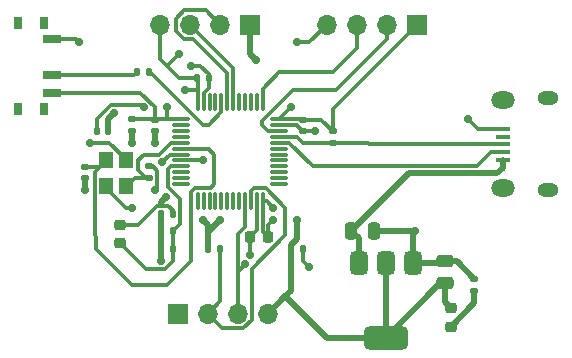
<source format=gbr>
%TF.GenerationSoftware,KiCad,Pcbnew,8.0.5-8.0.5-0~ubuntu22.04.1*%
%TF.CreationDate,2024-10-15T18:40:31+03:00*%
%TF.ProjectId,sc,73632e6b-6963-4616-945f-706362585858,rev?*%
%TF.SameCoordinates,Original*%
%TF.FileFunction,Copper,L1,Top*%
%TF.FilePolarity,Positive*%
%FSLAX46Y46*%
G04 Gerber Fmt 4.6, Leading zero omitted, Abs format (unit mm)*
G04 Created by KiCad (PCBNEW 8.0.5-8.0.5-0~ubuntu22.04.1) date 2024-10-15 18:40:31*
%MOMM*%
%LPD*%
G01*
G04 APERTURE LIST*
G04 Aperture macros list*
%AMRoundRect*
0 Rectangle with rounded corners*
0 $1 Rounding radius*
0 $2 $3 $4 $5 $6 $7 $8 $9 X,Y pos of 4 corners*
0 Add a 4 corners polygon primitive as box body*
4,1,4,$2,$3,$4,$5,$6,$7,$8,$9,$2,$3,0*
0 Add four circle primitives for the rounded corners*
1,1,$1+$1,$2,$3*
1,1,$1+$1,$4,$5*
1,1,$1+$1,$6,$7*
1,1,$1+$1,$8,$9*
0 Add four rect primitives between the rounded corners*
20,1,$1+$1,$2,$3,$4,$5,0*
20,1,$1+$1,$4,$5,$6,$7,0*
20,1,$1+$1,$6,$7,$8,$9,0*
20,1,$1+$1,$8,$9,$2,$3,0*%
G04 Aperture macros list end*
%TA.AperFunction,SMDPad,CuDef*%
%ADD10R,0.800000X1.000000*%
%TD*%
%TA.AperFunction,SMDPad,CuDef*%
%ADD11R,1.500000X0.700000*%
%TD*%
%TA.AperFunction,SMDPad,CuDef*%
%ADD12RoundRect,0.225000X0.225000X0.250000X-0.225000X0.250000X-0.225000X-0.250000X0.225000X-0.250000X0*%
%TD*%
%TA.AperFunction,SMDPad,CuDef*%
%ADD13RoundRect,0.135000X-0.135000X-0.185000X0.135000X-0.185000X0.135000X0.185000X-0.135000X0.185000X0*%
%TD*%
%TA.AperFunction,SMDPad,CuDef*%
%ADD14RoundRect,0.140000X-0.170000X0.140000X-0.170000X-0.140000X0.170000X-0.140000X0.170000X0.140000X0*%
%TD*%
%TA.AperFunction,SMDPad,CuDef*%
%ADD15RoundRect,0.140000X0.140000X0.170000X-0.140000X0.170000X-0.140000X-0.170000X0.140000X-0.170000X0*%
%TD*%
%TA.AperFunction,ComponentPad*%
%ADD16R,1.700000X1.700000*%
%TD*%
%TA.AperFunction,ComponentPad*%
%ADD17O,1.700000X1.700000*%
%TD*%
%TA.AperFunction,SMDPad,CuDef*%
%ADD18RoundRect,0.135000X0.185000X-0.135000X0.185000X0.135000X-0.185000X0.135000X-0.185000X-0.135000X0*%
%TD*%
%TA.AperFunction,SMDPad,CuDef*%
%ADD19RoundRect,0.375000X-0.375000X0.625000X-0.375000X-0.625000X0.375000X-0.625000X0.375000X0.625000X0*%
%TD*%
%TA.AperFunction,SMDPad,CuDef*%
%ADD20RoundRect,0.500000X-1.400000X0.500000X-1.400000X-0.500000X1.400000X-0.500000X1.400000X0.500000X0*%
%TD*%
%TA.AperFunction,SMDPad,CuDef*%
%ADD21RoundRect,0.250000X0.475000X-0.250000X0.475000X0.250000X-0.475000X0.250000X-0.475000X-0.250000X0*%
%TD*%
%TA.AperFunction,SMDPad,CuDef*%
%ADD22RoundRect,0.140000X-0.140000X-0.170000X0.140000X-0.170000X0.140000X0.170000X-0.140000X0.170000X0*%
%TD*%
%TA.AperFunction,SMDPad,CuDef*%
%ADD23RoundRect,0.218750X0.256250X-0.218750X0.256250X0.218750X-0.256250X0.218750X-0.256250X-0.218750X0*%
%TD*%
%TA.AperFunction,SMDPad,CuDef*%
%ADD24R,1.200000X1.400000*%
%TD*%
%TA.AperFunction,SMDPad,CuDef*%
%ADD25RoundRect,0.135000X-0.185000X0.135000X-0.185000X-0.135000X0.185000X-0.135000X0.185000X0.135000X0*%
%TD*%
%TA.AperFunction,SMDPad,CuDef*%
%ADD26RoundRect,0.140000X0.170000X-0.140000X0.170000X0.140000X-0.170000X0.140000X-0.170000X-0.140000X0*%
%TD*%
%TA.AperFunction,SMDPad,CuDef*%
%ADD27RoundRect,0.075000X-0.662500X-0.075000X0.662500X-0.075000X0.662500X0.075000X-0.662500X0.075000X0*%
%TD*%
%TA.AperFunction,SMDPad,CuDef*%
%ADD28RoundRect,0.075000X-0.075000X-0.662500X0.075000X-0.662500X0.075000X0.662500X-0.075000X0.662500X0*%
%TD*%
%TA.AperFunction,SMDPad,CuDef*%
%ADD29R,1.300000X0.450000*%
%TD*%
%TA.AperFunction,ComponentPad*%
%ADD30O,1.800000X1.150000*%
%TD*%
%TA.AperFunction,ComponentPad*%
%ADD31O,2.000000X1.450000*%
%TD*%
%TA.AperFunction,SMDPad,CuDef*%
%ADD32RoundRect,0.250000X-0.250000X-0.475000X0.250000X-0.475000X0.250000X0.475000X-0.250000X0.475000X0*%
%TD*%
%TA.AperFunction,ViaPad*%
%ADD33C,0.700000*%
%TD*%
%TA.AperFunction,Conductor*%
%ADD34C,0.300000*%
%TD*%
%TA.AperFunction,Conductor*%
%ADD35C,0.500000*%
%TD*%
G04 APERTURE END LIST*
D10*
%TO.P,SW1,*%
%TO.N,*%
X119110000Y-72350000D03*
X116900000Y-72350000D03*
X119110000Y-79650000D03*
X116900000Y-79650000D03*
D11*
%TO.P,SW1,1,A*%
%TO.N,GND*%
X119760000Y-73750000D03*
%TO.P,SW1,2,B*%
%TO.N,/SW_BOOT0*%
X119760000Y-76750000D03*
%TO.P,SW1,3,C*%
%TO.N,+3.3V*%
X119760000Y-78250000D03*
%TD*%
D12*
%TO.P,C5,1*%
%TO.N,+3.3V*%
X138050000Y-90500000D03*
%TO.P,C5,2*%
%TO.N,GND*%
X136500000Y-90500000D03*
%TD*%
D13*
%TO.P,R4,1*%
%TO.N,+3.3V*%
X139980000Y-91500000D03*
%TO.P,R4,2*%
%TO.N,/I2C2_SCL*%
X141000000Y-91500000D03*
%TD*%
D14*
%TO.P,C4,1*%
%TO.N,+3.3V*%
X128500000Y-80540000D03*
%TO.P,C4,2*%
%TO.N,GND*%
X128500000Y-81500000D03*
%TD*%
D15*
%TO.P,C7,1*%
%TO.N,+3.3VA*%
X129960000Y-90000000D03*
%TO.P,C7,2*%
%TO.N,GND*%
X129000000Y-90000000D03*
%TD*%
D16*
%TO.P,J2,1,Pin_1*%
%TO.N,GND*%
X136500000Y-72500000D03*
D17*
%TO.P,J2,2,Pin_2*%
%TO.N,/USART1_RX*%
X133960000Y-72500000D03*
%TO.P,J2,3,Pin_3*%
%TO.N,/USART1_TX*%
X131420000Y-72500000D03*
%TO.P,J2,4,Pin_4*%
%TO.N,+3.3V*%
X128880000Y-72500000D03*
%TD*%
D18*
%TO.P,R3,1*%
%TO.N,/PWR_LED_K*%
X155500000Y-95020000D03*
%TO.P,R3,2*%
%TO.N,GND*%
X155500000Y-94000000D03*
%TD*%
D14*
%TO.P,C3,1*%
%TO.N,+3.3V*%
X126500000Y-80520000D03*
%TO.P,C3,2*%
%TO.N,GND*%
X126500000Y-81480000D03*
%TD*%
D19*
%TO.P,U2,1,GND*%
%TO.N,GND*%
X150300000Y-92700000D03*
%TO.P,U2,2,VO*%
%TO.N,+3.3V*%
X148000000Y-92700000D03*
D20*
X148000000Y-99000000D03*
D19*
%TO.P,U2,3,VI*%
%TO.N,VBUS*%
X145700000Y-92700000D03*
%TD*%
D14*
%TO.P,C11,1*%
%TO.N,/HSE_OUT*%
X122500000Y-84540000D03*
%TO.P,C11,2*%
%TO.N,GND*%
X122500000Y-85500000D03*
%TD*%
D13*
%TO.P,R5,1*%
%TO.N,+3.3V*%
X132980000Y-91500000D03*
%TO.P,R5,2*%
%TO.N,/I2C2_SDA*%
X134000000Y-91500000D03*
%TD*%
D21*
%TO.P,C13,1*%
%TO.N,+3.3V*%
X153000000Y-94400000D03*
%TO.P,C13,2*%
%TO.N,GND*%
X153000000Y-92500000D03*
%TD*%
D22*
%TO.P,C9,1*%
%TO.N,/NRST*%
X123540000Y-81500000D03*
%TO.P,C9,2*%
%TO.N,GND*%
X124500000Y-81500000D03*
%TD*%
D15*
%TO.P,C6,1*%
%TO.N,+3.3VA*%
X129960000Y-91500000D03*
%TO.P,C6,2*%
%TO.N,GND*%
X129000000Y-91500000D03*
%TD*%
D16*
%TO.P,J3,1,Pin_1*%
%TO.N,+3.3V*%
X150620000Y-72500000D03*
D17*
%TO.P,J3,2,Pin_2*%
%TO.N,/SWDIO*%
X148080000Y-72500000D03*
%TO.P,J3,3,Pin_3*%
%TO.N,/SWCLK*%
X145540000Y-72500000D03*
%TO.P,J3,4,Pin_4*%
%TO.N,GND*%
X143000000Y-72500000D03*
%TD*%
D23*
%TO.P,FB1,1*%
%TO.N,+3.3VA*%
X125500000Y-91000000D03*
%TO.P,FB1,2*%
%TO.N,+3.3V*%
X125500000Y-89425000D03*
%TD*%
D13*
%TO.P,R1,1*%
%TO.N,/SW_BOOT0*%
X126980000Y-76500000D03*
%TO.P,R1,2*%
%TO.N,/BOOT0*%
X128000000Y-76500000D03*
%TD*%
D24*
%TO.P,Y1,1,1*%
%TO.N,/HSE_IN*%
X126000000Y-86200000D03*
%TO.P,Y1,2,2*%
%TO.N,GND*%
X126000000Y-84000000D03*
%TO.P,Y1,3,3*%
%TO.N,/HSE_OUT*%
X124300000Y-84000000D03*
%TO.P,Y1,4,4*%
%TO.N,GND*%
X124300000Y-86200000D03*
%TD*%
D14*
%TO.P,C1,1*%
%TO.N,+3.3V*%
X141000000Y-80540000D03*
%TO.P,C1,2*%
%TO.N,GND*%
X141000000Y-81500000D03*
%TD*%
D25*
%TO.P,R2,1*%
%TO.N,+3.3V*%
X143500000Y-81490000D03*
%TO.P,R2,2*%
%TO.N,/USB_D+*%
X143500000Y-82510000D03*
%TD*%
D22*
%TO.P,C2,1*%
%TO.N,+3.3V*%
X132040000Y-77000000D03*
%TO.P,C2,2*%
%TO.N,GND*%
X133000000Y-77000000D03*
%TD*%
D23*
%TO.P,D1,1,K*%
%TO.N,/PWR_LED_K*%
X153500000Y-98075000D03*
%TO.P,D1,2,A*%
%TO.N,+3.3V*%
X153500000Y-96500000D03*
%TD*%
D26*
%TO.P,C10,1*%
%TO.N,/HSE_IN*%
X128000000Y-85460000D03*
%TO.P,C10,2*%
%TO.N,GND*%
X128000000Y-84500000D03*
%TD*%
D15*
%TO.P,C8,1*%
%TO.N,+3.3V*%
X129960000Y-88500000D03*
%TO.P,C8,2*%
%TO.N,GND*%
X129000000Y-88500000D03*
%TD*%
D16*
%TO.P,J4,1,Pin_1*%
%TO.N,GND*%
X130380000Y-97000000D03*
D17*
%TO.P,J4,2,Pin_2*%
%TO.N,/I2C2_SDA*%
X132920000Y-97000000D03*
%TO.P,J4,3,Pin_3*%
%TO.N,/I2C2_SCL*%
X135460000Y-97000000D03*
%TO.P,J4,4,Pin_4*%
%TO.N,+3.3V*%
X138000000Y-97000000D03*
%TD*%
D27*
%TO.P,U1,1,VBAT*%
%TO.N,+3.3V*%
X130675000Y-80500000D03*
%TO.P,U1,2,PC13*%
%TO.N,unconnected-(U1-PC13-Pad2)*%
X130675000Y-81000000D03*
%TO.P,U1,3,PC14*%
%TO.N,unconnected-(U1-PC14-Pad3)*%
X130675000Y-81500000D03*
%TO.P,U1,4,PC15*%
%TO.N,unconnected-(U1-PC15-Pad4)*%
X130675000Y-82000000D03*
%TO.P,U1,5,PD0*%
%TO.N,/HSE_IN*%
X130675000Y-82500000D03*
%TO.P,U1,6,PD1*%
%TO.N,/HSE_OUT*%
X130675000Y-83000000D03*
%TO.P,U1,7,NRST*%
%TO.N,/NRST*%
X130675000Y-83500000D03*
%TO.P,U1,8,VSSA*%
%TO.N,GND*%
X130675000Y-84000000D03*
%TO.P,U1,9,VDDA*%
%TO.N,+3.3VA*%
X130675000Y-84500000D03*
%TO.P,U1,10,PA0*%
%TO.N,unconnected-(U1-PA0-Pad10)*%
X130675000Y-85000000D03*
%TO.P,U1,11,PA1*%
%TO.N,unconnected-(U1-PA1-Pad11)*%
X130675000Y-85500000D03*
%TO.P,U1,12,PA2*%
%TO.N,unconnected-(U1-PA2-Pad12)*%
X130675000Y-86000000D03*
D28*
%TO.P,U1,13,PA3*%
%TO.N,unconnected-(U1-PA3-Pad13)*%
X132087500Y-87412500D03*
%TO.P,U1,14,PA4*%
%TO.N,unconnected-(U1-PA4-Pad14)*%
X132587500Y-87412500D03*
%TO.P,U1,15,PA5*%
%TO.N,unconnected-(U1-PA5-Pad15)*%
X133087500Y-87412500D03*
%TO.P,U1,16,PA6*%
%TO.N,unconnected-(U1-PA6-Pad16)*%
X133587500Y-87412500D03*
%TO.P,U1,17,PA7*%
%TO.N,unconnected-(U1-PA7-Pad17)*%
X134087500Y-87412500D03*
%TO.P,U1,18,PB0*%
%TO.N,unconnected-(U1-PB0-Pad18)*%
X134587500Y-87412500D03*
%TO.P,U1,19,PB1*%
%TO.N,unconnected-(U1-PB1-Pad19)*%
X135087500Y-87412500D03*
%TO.P,U1,20,PB2*%
%TO.N,unconnected-(U1-PB2-Pad20)*%
X135587500Y-87412500D03*
%TO.P,U1,21,PB10*%
%TO.N,/I2C2_SCL*%
X136087500Y-87412500D03*
%TO.P,U1,22,PB11*%
%TO.N,/I2C2_SDA*%
X136587500Y-87412500D03*
%TO.P,U1,23,VSS*%
%TO.N,GND*%
X137087500Y-87412500D03*
%TO.P,U1,24,VDD*%
%TO.N,+3.3V*%
X137587500Y-87412500D03*
D27*
%TO.P,U1,25,PB12*%
%TO.N,unconnected-(U1-PB12-Pad25)*%
X139000000Y-86000000D03*
%TO.P,U1,26,PB13*%
%TO.N,unconnected-(U1-PB13-Pad26)*%
X139000000Y-85500000D03*
%TO.P,U1,27,PB14*%
%TO.N,unconnected-(U1-PB14-Pad27)*%
X139000000Y-85000000D03*
%TO.P,U1,28,PB15*%
%TO.N,unconnected-(U1-PB15-Pad28)*%
X139000000Y-84500000D03*
%TO.P,U1,29,PA8*%
%TO.N,unconnected-(U1-PA8-Pad29)*%
X139000000Y-84000000D03*
%TO.P,U1,30,PA9*%
%TO.N,unconnected-(U1-PA9-Pad30)*%
X139000000Y-83500000D03*
%TO.P,U1,31,PA10*%
%TO.N,unconnected-(U1-PA10-Pad31)*%
X139000000Y-83000000D03*
%TO.P,U1,32,PA11*%
%TO.N,/USB_D-*%
X139000000Y-82500000D03*
%TO.P,U1,33,PA12*%
%TO.N,/USB_D+*%
X139000000Y-82000000D03*
%TO.P,U1,34,PA13*%
%TO.N,/SWDIO*%
X139000000Y-81500000D03*
%TO.P,U1,35,VSS*%
%TO.N,GND*%
X139000000Y-81000000D03*
%TO.P,U1,36,VDD*%
%TO.N,+3.3V*%
X139000000Y-80500000D03*
D28*
%TO.P,U1,37,PA14*%
%TO.N,/SWCLK*%
X137587500Y-79087500D03*
%TO.P,U1,38,PA15*%
%TO.N,unconnected-(U1-PA15-Pad38)*%
X137087500Y-79087500D03*
%TO.P,U1,39,PB3*%
%TO.N,unconnected-(U1-PB3-Pad39)*%
X136587500Y-79087500D03*
%TO.P,U1,40,PB4*%
%TO.N,unconnected-(U1-PB4-Pad40)*%
X136087500Y-79087500D03*
%TO.P,U1,41,PB5*%
%TO.N,unconnected-(U1-PB5-Pad41)*%
X135587500Y-79087500D03*
%TO.P,U1,42,PB6*%
%TO.N,/USART1_TX*%
X135087500Y-79087500D03*
%TO.P,U1,43,PB7*%
%TO.N,/USART1_RX*%
X134587500Y-79087500D03*
%TO.P,U1,44,BOOT0*%
%TO.N,/BOOT0*%
X134087500Y-79087500D03*
%TO.P,U1,45,PB8*%
%TO.N,unconnected-(U1-PB8-Pad45)*%
X133587500Y-79087500D03*
%TO.P,U1,46,PB9*%
%TO.N,unconnected-(U1-PB9-Pad46)*%
X133087500Y-79087500D03*
%TO.P,U1,47,VSS*%
%TO.N,GND*%
X132587500Y-79087500D03*
%TO.P,U1,48,VDD*%
%TO.N,+3.3V*%
X132087500Y-79087500D03*
%TD*%
D29*
%TO.P,J1,1,VBUS*%
%TO.N,VBUS*%
X157900000Y-83925000D03*
%TO.P,J1,2,D-*%
%TO.N,/USB_D-*%
X157900000Y-83275000D03*
%TO.P,J1,3,D+*%
%TO.N,/USB_D+*%
X157900000Y-82625000D03*
%TO.P,J1,4,ID*%
%TO.N,unconnected-(J1-ID-Pad4)*%
X157900000Y-81975000D03*
%TO.P,J1,5,GND*%
%TO.N,GND*%
X157900000Y-81325000D03*
D30*
%TO.P,J1,6,Shield*%
%TO.N,unconnected-(J1-Shield-Pad6)_1*%
X161750000Y-86500000D03*
D31*
%TO.N,unconnected-(J1-Shield-Pad6)*%
X157950000Y-86350000D03*
%TO.N,unconnected-(J1-Shield-Pad6)_2*%
X157950000Y-78900000D03*
D30*
%TO.N,unconnected-(J1-Shield-Pad6)_3*%
X161750000Y-78750000D03*
%TD*%
D32*
%TO.P,C12,1*%
%TO.N,VBUS*%
X145100000Y-90000000D03*
%TO.P,C12,2*%
%TO.N,GND*%
X147000000Y-90000000D03*
%TD*%
D33*
%TO.N,+3.3V*%
X131000000Y-78000000D03*
X129500000Y-79500000D03*
X129422215Y-87077785D03*
X132500000Y-89000000D03*
X138500000Y-88000000D03*
X130500000Y-75000000D03*
X140000000Y-79500000D03*
%TO.N,GND*%
X142000000Y-81500000D03*
X132500000Y-84000000D03*
X128500000Y-86500000D03*
%TO.N,/I2C2_SCL*%
X136078262Y-92795073D03*
X141500000Y-93000000D03*
%TO.N,GND*%
X131500000Y-76000000D03*
X122000000Y-74000000D03*
%TO.N,/NRST*%
X129054487Y-84164495D03*
X127500000Y-79500000D03*
%TO.N,GND*%
X122500000Y-86500000D03*
%TO.N,+3.3V*%
X134000000Y-89000000D03*
X140500000Y-89000000D03*
X138500000Y-89000000D03*
%TO.N,GND*%
X155000000Y-80500000D03*
X150500000Y-90000000D03*
X123000000Y-82500000D03*
X126500000Y-88000000D03*
X140500000Y-74000000D03*
X137000000Y-75500000D03*
X129000000Y-92500000D03*
X136500000Y-92000000D03*
X125000000Y-80000000D03*
X128500000Y-82500000D03*
X126500000Y-82500000D03*
%TD*%
D34*
%TO.N,+3.3V*%
X130675000Y-80500000D02*
X129500000Y-80500000D01*
X129500000Y-80500000D02*
X128540000Y-80500000D01*
X129500000Y-79500000D02*
X129500000Y-80500000D01*
X132087500Y-78000000D02*
X132087500Y-77047500D01*
X132087500Y-79087500D02*
X132087500Y-78000000D01*
X132087500Y-78000000D02*
X131000000Y-78000000D01*
D35*
X129000000Y-87500000D02*
X129000000Y-87740000D01*
X132980000Y-90020000D02*
X132980000Y-89480000D01*
X132980000Y-89480000D02*
X132500000Y-89000000D01*
X129422215Y-87077785D02*
X129000000Y-87500000D01*
D34*
%TO.N,+3.3VA*%
X129960000Y-90000000D02*
X130590000Y-89370000D01*
X130590000Y-87255620D02*
X129587500Y-86253120D01*
X130590000Y-89370000D02*
X130590000Y-87255620D01*
X129587500Y-86253120D02*
X129587500Y-84746880D01*
X129587500Y-84746880D02*
X129834380Y-84500000D01*
X129834380Y-84500000D02*
X130675000Y-84500000D01*
%TO.N,+3.3V*%
X125500000Y-89425000D02*
X127068154Y-89425000D01*
X129960000Y-88190001D02*
X129960000Y-88500000D01*
X127068154Y-89425000D02*
X128653154Y-87840000D01*
X128653154Y-87840000D02*
X129609999Y-87840000D01*
X129609999Y-87840000D02*
X129960000Y-88190001D01*
%TO.N,+3.3VA*%
X129960000Y-90000000D02*
X129960000Y-91500000D01*
X125500000Y-91000000D02*
X127700000Y-93200000D01*
X129300000Y-93200000D02*
X129960000Y-92540000D01*
X127700000Y-93200000D02*
X129300000Y-93200000D01*
X129960000Y-92540000D02*
X129960000Y-91500000D01*
%TO.N,/HSE_OUT*%
X123350000Y-90350000D02*
X123350000Y-84950000D01*
X131500000Y-86659380D02*
X131500000Y-92500000D01*
X123500000Y-90500000D02*
X123350000Y-90350000D01*
X123500000Y-91500000D02*
X123500000Y-90500000D01*
X129500000Y-94500000D02*
X126500000Y-94500000D01*
X131500000Y-92500000D02*
X129500000Y-94500000D01*
X131834380Y-86325000D02*
X131500000Y-86659380D01*
X133175000Y-86325000D02*
X131834380Y-86325000D01*
X133500000Y-86000000D02*
X133175000Y-86325000D01*
X126500000Y-94500000D02*
X123500000Y-91500000D01*
X123350000Y-84950000D02*
X124300000Y-84000000D01*
X133500000Y-83500000D02*
X133500000Y-86000000D01*
X133000000Y-83000000D02*
X133500000Y-83500000D01*
X130675000Y-83000000D02*
X133000000Y-83000000D01*
%TO.N,+3.3V*%
X137912500Y-87412500D02*
X138500000Y-88000000D01*
X137587500Y-87412500D02*
X137912500Y-87412500D01*
X128880000Y-75380000D02*
X129500000Y-76000000D01*
X129500000Y-76000000D02*
X130500000Y-77000000D01*
X130500000Y-75000000D02*
X129500000Y-76000000D01*
X139000000Y-80500000D02*
X140000000Y-79500000D01*
%TO.N,GND*%
X141000000Y-81500000D02*
X142000000Y-81500000D01*
X130675000Y-84000000D02*
X132500000Y-84000000D01*
X128660000Y-86340000D02*
X128500000Y-86500000D01*
X128660000Y-84850001D02*
X128660000Y-86340000D01*
X128309999Y-84500000D02*
X128660000Y-84850001D01*
X128000000Y-84500000D02*
X128309999Y-84500000D01*
%TO.N,/I2C2_SCL*%
X135460000Y-93413335D02*
X136078262Y-92795073D01*
X135460000Y-93500000D02*
X135460000Y-93413335D01*
X135460000Y-93000000D02*
X135460000Y-93500000D01*
X135460000Y-93500000D02*
X135460000Y-97000000D01*
X141000000Y-92500000D02*
X141500000Y-93000000D01*
X141000000Y-91500000D02*
X141000000Y-92500000D01*
X135460000Y-90245592D02*
X135460000Y-93000000D01*
%TO.N,+3.3V*%
X143500000Y-81490000D02*
X143500000Y-79620000D01*
X143500000Y-79620000D02*
X150620000Y-72500000D01*
X143500000Y-81490000D02*
X142550000Y-80540000D01*
X142550000Y-80540000D02*
X141000000Y-80540000D01*
%TO.N,/USB_D+*%
X143500000Y-82510000D02*
X146510000Y-82510000D01*
X146510000Y-82510000D02*
X146625000Y-82625000D01*
X143500000Y-82510000D02*
X141003154Y-82510000D01*
X141003154Y-82510000D02*
X140493154Y-82000000D01*
X140493154Y-82000000D02*
X139000000Y-82000000D01*
%TO.N,GND*%
X132309999Y-76000000D02*
X131500000Y-76000000D01*
X133000000Y-76690001D02*
X132309999Y-76000000D01*
X133000000Y-77000000D02*
X133000000Y-76690001D01*
X121750000Y-73750000D02*
X122000000Y-74000000D01*
X119760000Y-73750000D02*
X121750000Y-73750000D01*
%TO.N,+3.3V*%
X119760000Y-78250000D02*
X127239950Y-78250000D01*
X127239950Y-78250000D02*
X128500000Y-79510050D01*
X128500000Y-79510050D02*
X128500000Y-80540000D01*
%TO.N,/NRST*%
X129054487Y-84164495D02*
X129718982Y-83500000D01*
X129718982Y-83500000D02*
X130675000Y-83500000D01*
X123540000Y-81500000D02*
X123540000Y-81546846D01*
X123540000Y-81546846D02*
X123540000Y-80470050D01*
X123540000Y-80470050D02*
X124710050Y-79300000D01*
X124710050Y-79300000D02*
X127300000Y-79300000D01*
X127300000Y-79300000D02*
X127500000Y-79500000D01*
D35*
%TO.N,GND*%
X122500000Y-85500000D02*
X122500000Y-86500000D01*
%TO.N,+3.3V*%
X132980000Y-90020000D02*
X134000000Y-89000000D01*
X132980000Y-91500000D02*
X132980000Y-90020000D01*
D34*
X138050000Y-90500000D02*
X138050000Y-89450000D01*
X138050000Y-89450000D02*
X138500000Y-89000000D01*
D35*
X139980000Y-91500000D02*
X139980000Y-91180001D01*
X139980000Y-91180001D02*
X140500000Y-90660001D01*
X140500000Y-90660001D02*
X140500000Y-89000000D01*
D34*
%TO.N,/I2C2_SDA*%
X136587500Y-87412500D02*
X136587500Y-86571880D01*
X136587500Y-86571880D02*
X136834380Y-86325000D01*
X136834380Y-86325000D02*
X137840620Y-86325000D01*
X139500000Y-87984380D02*
X139500000Y-90344408D01*
X137840620Y-86325000D02*
X139500000Y-87984380D01*
X139500000Y-90344408D02*
X136660000Y-93184408D01*
X136660000Y-93184408D02*
X136660000Y-97497057D01*
X136660000Y-97497057D02*
X135957057Y-98200000D01*
X135957057Y-98200000D02*
X134120000Y-98200000D01*
X134120000Y-98200000D02*
X132920000Y-97000000D01*
D35*
%TO.N,+3.3V*%
X139500000Y-95500000D02*
X138000000Y-97000000D01*
X139980000Y-95020000D02*
X139500000Y-95500000D01*
X139500000Y-95500000D02*
X143000000Y-99000000D01*
X143000000Y-99000000D02*
X148000000Y-99000000D01*
X139980000Y-91500000D02*
X139980000Y-95020000D01*
D34*
%TO.N,/USART1_RX*%
X133960000Y-72500000D02*
X132760000Y-71300000D01*
X132760000Y-71300000D02*
X130922943Y-71300000D01*
X130922943Y-71300000D02*
X130220000Y-72002943D01*
X130220000Y-72002943D02*
X130220000Y-72997057D01*
X130220000Y-72997057D02*
X130922943Y-73700000D01*
X130922943Y-73700000D02*
X131700000Y-73700000D01*
X131700000Y-73700000D02*
X134587500Y-76587500D01*
X134587500Y-76587500D02*
X134587500Y-79087500D01*
%TO.N,+3.3V*%
X128880000Y-72500000D02*
X128880000Y-75380000D01*
X130500000Y-77000000D02*
X132040000Y-77000000D01*
%TO.N,/BOOT0*%
X134087500Y-79087500D02*
X134087500Y-79928120D01*
X134087500Y-79928120D02*
X133015620Y-81000000D01*
X133015620Y-81000000D02*
X132515620Y-81000000D01*
X132515620Y-81000000D02*
X128015620Y-76500000D01*
X128015620Y-76500000D02*
X128000000Y-76500000D01*
%TO.N,GND*%
X155825000Y-81325000D02*
X155000000Y-80500000D01*
X157900000Y-81325000D02*
X155825000Y-81325000D01*
D35*
%TO.N,VBUS*%
X145100000Y-90000000D02*
X150000000Y-85100000D01*
X150000000Y-85100000D02*
X157400000Y-85100000D01*
X157400000Y-85100000D02*
X157900000Y-84600000D01*
X157900000Y-84600000D02*
X157900000Y-83950000D01*
X145700000Y-92700000D02*
X145700000Y-90600000D01*
X145700000Y-90600000D02*
X145100000Y-90000000D01*
%TO.N,/PWR_LED_K*%
X153500000Y-98075000D02*
X155500000Y-96075000D01*
X155500000Y-96075000D02*
X155500000Y-95020000D01*
%TO.N,+3.3V*%
X153000000Y-94400000D02*
X153000000Y-96000000D01*
X153000000Y-96000000D02*
X153500000Y-96500000D01*
X148000000Y-99000000D02*
X152600000Y-94400000D01*
X152600000Y-94400000D02*
X153000000Y-94400000D01*
X148000000Y-92700000D02*
X148000000Y-99000000D01*
%TO.N,GND*%
X153000000Y-92500000D02*
X154000000Y-92500000D01*
X154000000Y-92500000D02*
X155500000Y-94000000D01*
X150300000Y-92700000D02*
X152800000Y-92700000D01*
X152800000Y-92700000D02*
X153000000Y-92500000D01*
X150300000Y-92700000D02*
X150300000Y-90200000D01*
X150300000Y-90200000D02*
X150500000Y-90000000D01*
X147000000Y-90000000D02*
X150500000Y-90000000D01*
D34*
X124600000Y-82500000D02*
X123000000Y-82500000D01*
X126000000Y-83900000D02*
X124600000Y-82500000D01*
X126000000Y-84000000D02*
X126000000Y-83900000D01*
X126000000Y-88000000D02*
X126500000Y-88000000D01*
X124300000Y-86300000D02*
X126000000Y-88000000D01*
X124300000Y-86200000D02*
X124300000Y-86300000D01*
X141500000Y-74000000D02*
X140500000Y-74000000D01*
X143000000Y-72500000D02*
X141500000Y-74000000D01*
%TO.N,/SWDIO*%
X148080000Y-72500000D02*
X148080000Y-73702081D01*
X148080000Y-73702081D02*
X143782081Y-78000000D01*
X143782081Y-78000000D02*
X140159380Y-78000000D01*
X140159380Y-78000000D02*
X137500000Y-80659380D01*
X137500000Y-80659380D02*
X137500000Y-81000000D01*
X137500000Y-81000000D02*
X138000000Y-81500000D01*
X138000000Y-81500000D02*
X139000000Y-81500000D01*
%TO.N,/SWCLK*%
X137587500Y-79087500D02*
X137587500Y-77912500D01*
X137587500Y-77912500D02*
X139000000Y-76500000D01*
X139000000Y-76500000D02*
X143500000Y-76500000D01*
X143500000Y-76500000D02*
X145540000Y-74460000D01*
X145540000Y-74460000D02*
X145540000Y-72500000D01*
D35*
%TO.N,GND*%
X136500000Y-75000000D02*
X137000000Y-75500000D01*
X136500000Y-72500000D02*
X136500000Y-75000000D01*
D34*
%TO.N,/USART1_TX*%
X131420000Y-72500000D02*
X135087500Y-76167500D01*
X135087500Y-76167500D02*
X135087500Y-79087500D01*
%TO.N,/SW_BOOT0*%
X119760000Y-76750000D02*
X126730000Y-76750000D01*
X126730000Y-76750000D02*
X126980000Y-76500000D01*
D35*
%TO.N,GND*%
X129000000Y-91500000D02*
X129000000Y-92500000D01*
X129000000Y-91500000D02*
X129000000Y-90000000D01*
X129000000Y-88500000D02*
X129000000Y-90000000D01*
D34*
X136500000Y-90500000D02*
X136500000Y-92000000D01*
D35*
X124500000Y-80500000D02*
X125000000Y-80000000D01*
X124500000Y-81500000D02*
X124500000Y-80500000D01*
X128500000Y-81500000D02*
X128500000Y-82500000D01*
X126500000Y-81480000D02*
X126500000Y-82500000D01*
D34*
%TO.N,/I2C2_SDA*%
X132920000Y-97000000D02*
X134000000Y-95920000D01*
X134000000Y-95920000D02*
X134000000Y-91500000D01*
%TO.N,/I2C2_SCL*%
X136087500Y-87412500D02*
X136087500Y-89618092D01*
X136087500Y-89618092D02*
X135460000Y-90245592D01*
%TO.N,GND*%
X137087500Y-87412500D02*
X137087500Y-89912500D01*
X137087500Y-89912500D02*
X136500000Y-90500000D01*
%TO.N,+3.3V*%
X137587500Y-87412500D02*
X137587500Y-90037500D01*
X137587500Y-90037500D02*
X138050000Y-90500000D01*
%TO.N,GND*%
X139000000Y-81000000D02*
X140453154Y-81000000D01*
X140453154Y-81000000D02*
X140953154Y-81500000D01*
X140953154Y-81500000D02*
X141000000Y-81500000D01*
%TO.N,+3.3V*%
X141000000Y-80540000D02*
X140960000Y-80500000D01*
X140960000Y-80500000D02*
X139000000Y-80500000D01*
%TO.N,/USB_D+*%
X157900000Y-82625000D02*
X146625000Y-82625000D01*
%TO.N,/USB_D-*%
X139000000Y-82500000D02*
X139840620Y-82500000D01*
X155725000Y-84500000D02*
X156950000Y-83275000D01*
X139840620Y-82500000D02*
X141840620Y-84500000D01*
X141840620Y-84500000D02*
X155725000Y-84500000D01*
X156950000Y-83275000D02*
X157900000Y-83275000D01*
%TO.N,/HSE_OUT*%
X122500000Y-84540000D02*
X123760000Y-84540000D01*
X123760000Y-84540000D02*
X124300000Y-84000000D01*
%TO.N,/HSE_IN*%
X128000000Y-85460000D02*
X126740000Y-85460000D01*
X126740000Y-85460000D02*
X126000000Y-86200000D01*
X127500000Y-83500000D02*
X127000000Y-84000000D01*
X130675000Y-82500000D02*
X129834380Y-82500000D01*
X127000000Y-84000000D02*
X127000000Y-84769999D01*
X129834380Y-82500000D02*
X128834380Y-83500000D01*
X127000000Y-84769999D02*
X127690001Y-85460000D01*
X128834380Y-83500000D02*
X127500000Y-83500000D01*
X127690001Y-85460000D02*
X128000000Y-85460000D01*
%TO.N,+3.3V*%
X126500000Y-80520000D02*
X128480000Y-80520000D01*
X128480000Y-80520000D02*
X128500000Y-80540000D01*
X128540000Y-80500000D02*
X128500000Y-80540000D01*
%TO.N,GND*%
X132587500Y-79087500D02*
X132587500Y-78246880D01*
X132587500Y-78246880D02*
X133000000Y-77834380D01*
X133000000Y-77834380D02*
X133000000Y-77000000D01*
%TO.N,+3.3V*%
X132087500Y-77047500D02*
X132040000Y-77000000D01*
%TD*%
M02*

</source>
